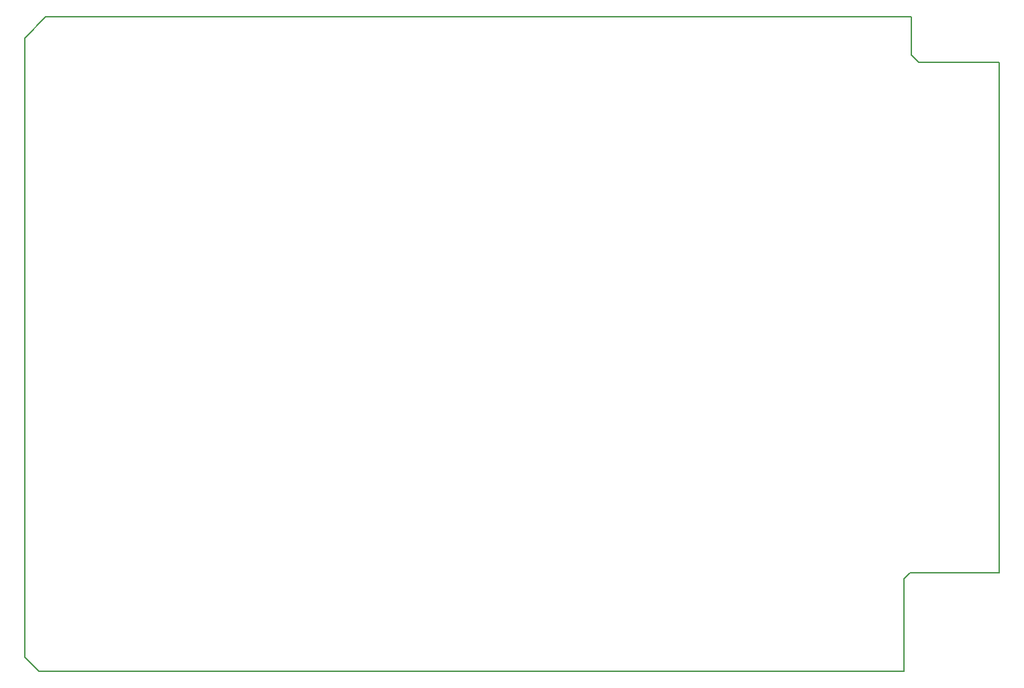
<source format=gbr>
%TF.GenerationSoftware,KiCad,Pcbnew,6.0.2+dfsg-1*%
%TF.CreationDate,2023-03-10T19:28:33+01:00*%
%TF.ProjectId,BtMusgo,42744d75-7367-46f2-9e6b-696361645f70,rev?*%
%TF.SameCoordinates,Original*%
%TF.FileFunction,Paste,Top*%
%TF.FilePolarity,Positive*%
%FSLAX46Y46*%
G04 Gerber Fmt 4.6, Leading zero omitted, Abs format (unit mm)*
G04 Created by KiCad (PCBNEW 6.0.2+dfsg-1) date 2023-03-10 19:28:33*
%MOMM*%
%LPD*%
G01*
G04 APERTURE LIST*
%TA.AperFunction,Profile*%
%ADD10C,0.150000*%
%TD*%
G04 APERTURE END LIST*
D10*
X236067600Y-74930000D02*
X235153200Y-74066400D01*
X246227600Y-74930000D02*
X236067600Y-74930000D01*
X234950000Y-139496979D02*
X234238800Y-140208179D01*
X246227600Y-139496979D02*
X234950000Y-139496979D01*
X125882384Y-69240400D02*
X235153955Y-69240400D01*
X125882400Y-69240400D02*
X123240800Y-71932800D01*
X123240800Y-150114000D02*
X123240800Y-71932800D01*
X125018800Y-151892000D02*
X123240800Y-150114000D01*
X234238906Y-151892000D02*
X125018800Y-151892000D01*
X234238800Y-140206234D02*
X234238800Y-151892000D01*
X246227600Y-74930000D02*
X246227600Y-139496979D01*
X235153200Y-69240400D02*
X235153200Y-74066400D01*
M02*

</source>
